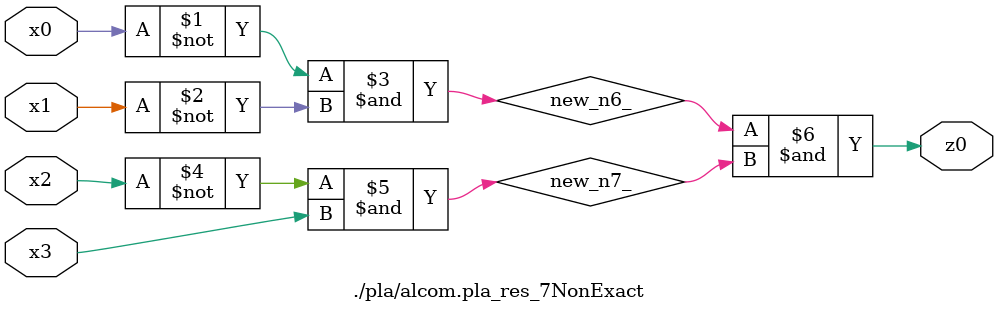
<source format=v>

module \./pla/alcom.pla_res_7NonExact  ( 
    x0, x1, x2, x3,
    z0  );
  input  x0, x1, x2, x3;
  output z0;
  wire new_n6_, new_n7_;
  assign new_n6_ = ~x0 & ~x1;
  assign new_n7_ = ~x2 & x3;
  assign z0 = new_n6_ & new_n7_;
endmodule



</source>
